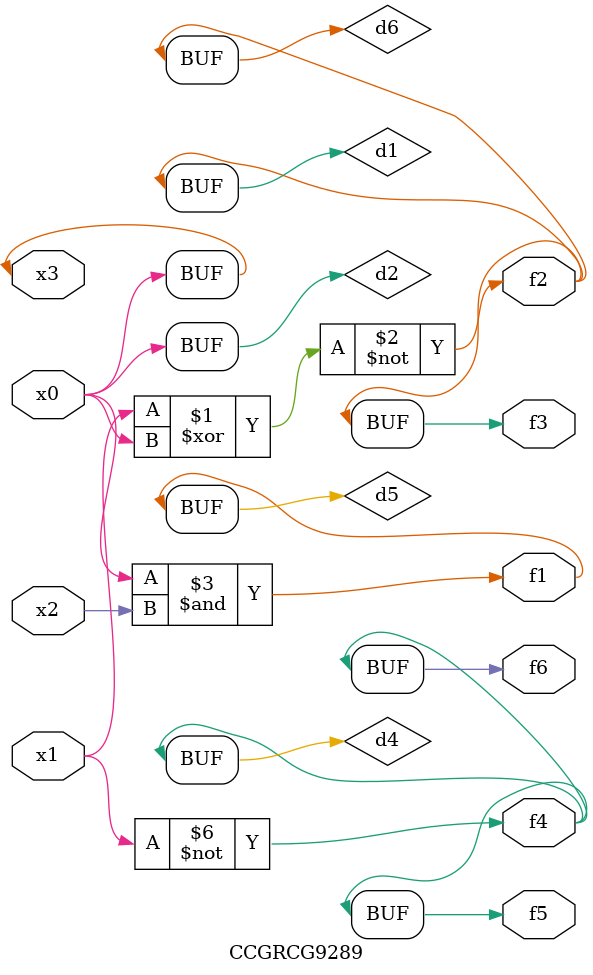
<source format=v>
module CCGRCG9289(
	input x0, x1, x2, x3,
	output f1, f2, f3, f4, f5, f6
);

	wire d1, d2, d3, d4, d5, d6;

	xnor (d1, x1, x3);
	buf (d2, x0, x3);
	nand (d3, x0, x2);
	not (d4, x1);
	nand (d5, d3);
	or (d6, d1);
	assign f1 = d5;
	assign f2 = d6;
	assign f3 = d6;
	assign f4 = d4;
	assign f5 = d4;
	assign f6 = d4;
endmodule

</source>
